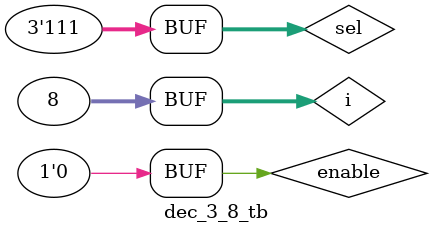
<source format=v>
module dec_3_8(
    input wire enable, 
    input wire [2:0] sel,
    output reg [7:0] data
);

// First part of the decoder for [7:4] with sel[2] = 0
dec_2_4 dec_1(
    .enable(enable | sel[2]),   // Active when enable = 0 and sel[2] = 0
    .sel(sel[1:0]),
    .data(data[7:4])
);

// Second part of the decoder for [3:0] with sel[2] = 1
dec_2_4 dec_2(
    .enable(enable | ~sel[2]),  // Active when enable = 0 and sel[2] = 1
    .sel(sel[1:0]),
    .data(data[3:0])
);

/*
    always @(*) begin
        if(enable)
            data = 8'b11111111;
        else begin
            case (sel)
                3'b000: data = 8'b11111110;
                3'b001: data = 8'b11111101;
                3'b010: data = 8'b11111011;
                3'b011: data = 8'b11110111;
                3'b100: data = 8'b11101111;
                3'b101: data = 8'b11011111;
                3'b110: data = 8'b10111111;
                3'b111: data = 8'b01111111;
                default: data = 8'b11111111;
            endcase 
        end
    end
*/
endmodule

module dec_2_4(
    input wire enable, 
    input wire [1:0] sel,
    output reg [3:0] data
);
    always @(*) begin
        if (enable) 
            data = 4'b1111; 
        else begin       // Active low enable
            case (sel)
                2'b00: data = 4'b1110;  // Active-low, only one output goes to 0
                2'b01: data = 4'b1101;
                2'b10: data = 4'b1011;
                2'b11: data = 4'b0111;
                default: data = 4'b1111;  // Default all high (inactive)
            endcase
        end
    end
endmodule


module dec_3_8_tb;

reg enable;
reg [2:0] sel;
wire [7:0] data;

integer i;
initial begin
    $display("en   sel \t data");
    $monitor("%b \t %b \t %b", enable, sel, data);
    
    enable = 0;
    sel = 3'b000;
    #50;
    
    for (i = 0; i < 8; i = i + 1)
        #50 sel = i;

end

endmodule

/*

module dec_3_8_tb;

reg enable;
reg [2:0] sel;
wire [7:0] data;

integer i;
initial begin

    $display("enable   sel \t data");
    $monitor("%b \t %b \t %b", enable, sel, data);
    {enable, sel} = 3'b000;
    for (i = 0; i < 8; i = i + 1)
        #10 sel = i;

end

endmodule

*/
</source>
